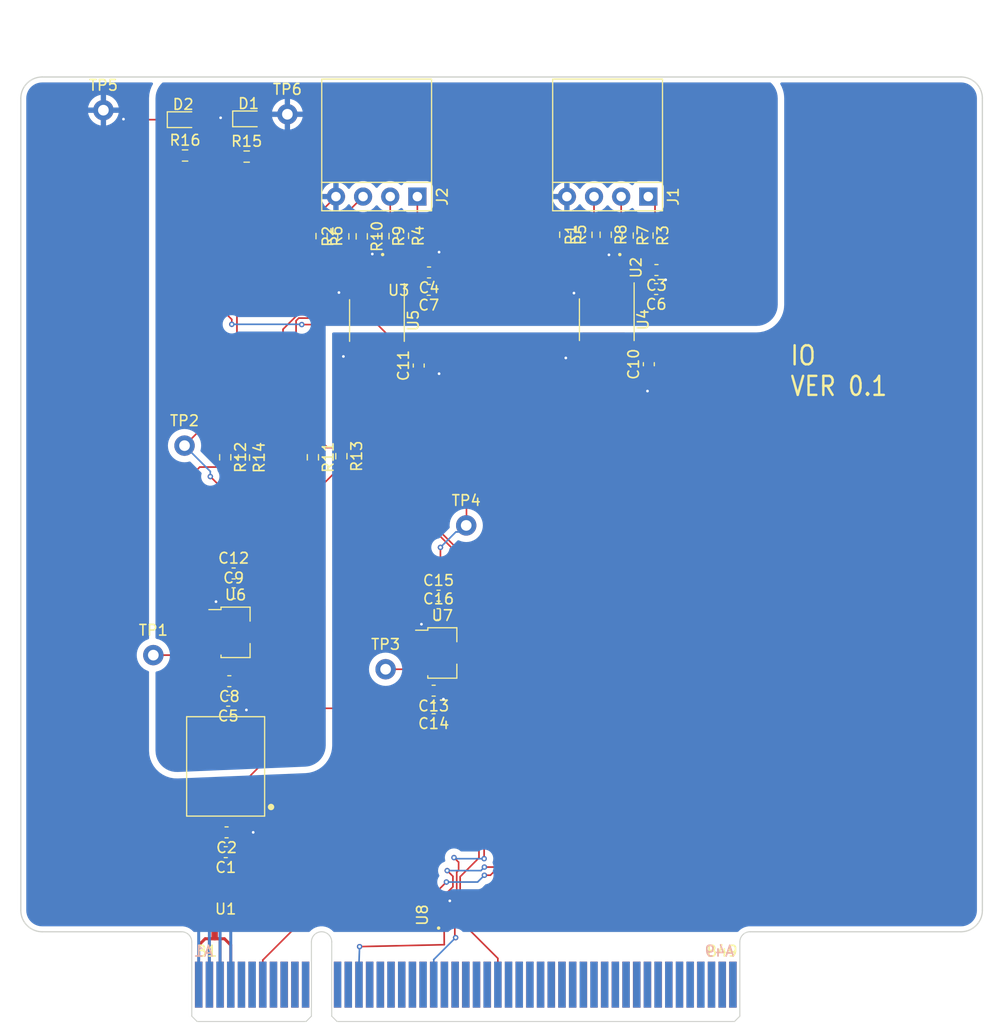
<source format=kicad_pcb>
(kicad_pcb (version 20221018) (generator pcbnew)
  (layers (0 "F.Cu" signal) (31 "B.Cu" signal) (34 "B.Paste" user) (35 "F.Paste" user) (36 "B.SilkS" user "B.Silkscreen") (37 "F.SilkS" user "F.Silkscreen") (38 "B.Mask" user) (39 "F.Mask" user) (44 "Edge.Cuts" user))
  (net 0 "")
  (net 1 "GND")
  (net 2 "GND1")
  (net 3 "/+5VF")
  (net 4 "/+3V3F")
  (net 5 "+5V")
  (net 6 "+3.3V")
  (net 7 "unconnected-(U2-D4-Pad5)")
  (net 8 "Net-(D2-A)")
  (net 15 "/PC6")
  (net 28 "/PA2")
  (net 60 "/PC7")
  (net 70 "unconnected-(J3-Pin_b21-PadB21)")
  (net 73 "/PA3")
  (net 96 "Net-(D1-A)")
  (net 98 "Net-(J1-Pin_2)")
  (net 99 "Net-(U2-D2)")
  (net 101 "Net-(U2-D3)")
  (net 102 "Net-(J1-Pin_3)")
  (net 104 "Net-(J2-Pin_2)")
  (net 105 "Net-(R1-Pad1)")
  (net 106 "Net-(J2-Pin_3)")
  (net 107 "Net-(R10-Pad1)")
  (net 108 "Net-(U3-D2)")
  (net 109 "Net-(U3-D3)")
  (net 110 "unconnected-(U3-D4-Pad5)")
  (net 111 "Net-(J1-Pin_1)")
  (net 112 "Net-(J2-Pin_1)")
  (footprint "Resistor_SMD:R_0603_1608Metric_Pad0.98x0.95mm_HandSolder" (layer "F.Cu") (at 7.62 -73.533 -90)
    (fp_text reference "R4")
    (fp_text value "24K")
  )
  (footprint "Capacitor_SMD:C_0603_1608Metric_Pad1.08x0.95mm_HandSolder" (layer "F.Cu") (at 10.4902 -29.3116 180)
    (fp_text reference "C14")
    (fp_text value "100n")
  )
  (footprint "Capacitor_SMD:C_0603_1608Metric_Pad1.08x0.95mm_HandSolder" (layer "F.Cu") (at -8.8911 -17.7038 180)
    (fp_text reference "C2")
    (fp_text value "100n")
  )
  (footprint "Capacitor_SMD:C_0603_1608Metric_Pad1.08x0.95mm_HandSolder" (layer "F.Cu") (at -8.9662 -15.8496 180)
    (fp_text reference "C1")
    (fp_text value "10u")
  )
  (footprint "Capacitor_SMD:C_0603_1608Metric_Pad1.08x0.95mm_HandSolder" (layer "F.Cu") (at 10.9474 -39.8526)
    (fp_text reference "C15")
    (fp_text value "100n")
  )
  (footprint "common:connector_4pins_horizontal" (layer "F.Cu") (at 26.7716 -77.207)
    (fp_text reference "J1")
    (fp_text value "Conn_01x04_Pin")
  )
  (footprint "Resistor_SMD:R_0603_1608Metric_Pad0.98x0.95mm_HandSolder" (layer "F.Cu") (at -7.2644 -52.7793 -90)
    (fp_text reference "R14")
    (fp_text value "0R")
  )
  (footprint "Resistor_SMD:R_0603_1608Metric_Pad0.98x0.95mm_HandSolder" (layer "F.Cu") (at -0.8128 -52.8066 -90)
    (fp_text reference "R11")
    (fp_text value "0R")
  )
  (footprint "Resistor_SMD:R_0603_1608Metric_Pad0.98x0.95mm_HandSolder" (layer "F.Cu") (at 1.8542 -52.9082 -90)
    (fp_text reference "R13")
    (fp_text value "0R")
  )
  (footprint "Capacitor_SMD:C_0603_1608Metric_Pad1.08x0.95mm_HandSolder" (layer "F.Cu") (at -8.636 -31.8516 180)
    (fp_text reference "C8")
    (fp_text value "100n")
  )
  (footprint "Package_SO:SOIC-8_3.9x4.9mm_P1.27mm" (layer "F.Cu") (at 5.1816 -65.6082 -90)
    (fp_text reference "U5")
    (fp_text value "ADUM1201ARZ-RL7")
  )
  (footprint "common:Test_Pad" (layer "F.Cu") (at 5.9944 -32.9692)
    (fp_text reference "TP3")
    (fp_text value "TestPoint")
  )
  (footprint "common:Diodes_UDFN-10_1.0x2.5mm_P0.5mm" (layer "F.Cu") (at 11.9718 -9.9648 90)
    (fp_text reference "U8")
    (fp_text value "ESD5344D-TP")
  )
  (footprint "Resistor_SMD:R_0603_1608Metric_Pad0.98x0.95mm_HandSolder" (layer "F.Cu") (at -12.7762 -81.0514)
    (fp_text reference "R16")
    (fp_text value "5K1")
  )
  (footprint "Capacitor_SMD:C_0603_1608Metric_Pad1.08x0.95mm_HandSolder" (layer "F.Cu") (at -8.2296 -41.9354)
    (fp_text reference "C12")
    (fp_text value "10u")
  )
  (footprint "LED_SMD:LED_0603_1608Metric" (layer "F.Cu") (at -12.954 -84.4042)
    (fp_text reference "D2")
    (fp_text value "GRN")
  )
  (footprint "Capacitor_SMD:C_0603_1608Metric_Pad1.08x0.95mm_HandSolder" (layer "F.Cu") (at 10.033 -68.4784 180)
    (fp_text reference "C7")
    (fp_text value "100n")
  )
  (footprint "Capacitor_SMD:C_0603_1608Metric_Pad1.08x0.95mm_HandSolder" (layer "F.Cu") (at 10.4902 -30.9626 180)
    (fp_text reference "C13")
    (fp_text value "10u")
  )
  (footprint "Capacitor_SMD:C_0603_1608Metric_Pad1.08x0.95mm_HandSolder" (layer "F.Cu") (at 10.0584 -70.104 180)
    (fp_text reference "C4")
    (fp_text value "1u")
  )
  (footprint "Package_SO:SOIC-8_3.9x4.9mm_P1.27mm" (layer "F.Cu") (at 26.6954 -65.6844 -90)
    (fp_text reference "U4")
    (fp_text value "ADUM1201ARZ-RL7")
  )
  (footprint "common:Test_Pad" (layer "F.Cu") (at -15.748 -34.29)
    (fp_text reference "TP1")
    (fp_text value "TestPoint")
  )
  (footprint "Resistor_SMD:R_0603_1608Metric_Pad0.98x0.95mm_HandSolder" (layer "F.Cu") (at 2.032 -73.4822 90)
    (fp_text reference "R2")
    (fp_text value "0R")
  )
  (footprint "common:PCIE_98_CARD" (layer "F.Cu") (at 0 0)
    (fp_text reference "J3" hide)
    (fp_text value "pcie_98")
    (fp_line (start -28.15 -10.4) (end -28.15 -86.4) (stroke (width 0.12)) (layer "Edge.Cuts"))
    (fp_line (start -26.15 -88.4) (end 59.85 -88.4) (stroke (width 0.12)) (layer "Edge.Cuts"))
    (fp_line (start -13.1 -8.4) (end -26.15 -8.4) (stroke (width 0.12)) (layer "Edge.Cuts"))
    (fp_line (start -12.15 -7.45) (end -12.15 -0.5) (stroke (width 0.1)) (layer "Edge.Cuts"))
    (fp_line (start -12.15 -0.5) (end -11.65 0) (stroke (width 0.1)) (layer "Edge.Cuts"))
    (fp_line (start -11.65 0) (end -1.45 0) (stroke (width 0.1)) (layer "Edge.Cuts"))
    (fp_line (start -0.95 -7.45) (end -0.95 -0.5) (stroke (width 0.1)) (layer "Edge.Cuts"))
    (fp_line (start -0.95 -0.5) (end -1.45 0) (stroke (width 0.1)) (layer "Edge.Cuts"))
    (fp_line (start 0.95 -7.45) (end 0.95 -0.5) (stroke (width 0.1)) (layer "Edge.Cuts"))
    (fp_line (start 0.95 -0.5) (end 1.45 0) (stroke (width 0.1)) (layer "Edge.Cuts"))
    (fp_line (start 1.45 0) (end 38.65 0) (stroke (width 0.1)) (layer "Edge.Cuts"))
    (fp_line (start 39.15 -7.45) (end 39.15 -0.5) (stroke (width 0.1)) (layer "Edge.Cuts"))
    (fp_line (start 39.15 -0.5) (end 38.65 0) (stroke (width 0.1)) (layer "Edge.Cuts"))
    (fp_line (start 59.85 -8.4) (end 40.1 -8.4) (stroke (width 0.12)) (layer "Edge.Cuts"))
    (fp_line (start 61.85 -86.4) (end 61.85 -10.4) (stroke (width 0.12)) (layer "Edge.Cuts"))
    (fp_arc (start -28.15 -86.4) (mid -27.564214 -87.814214) (end -26.15 -88.4) (stroke (width 0.12)) (layer "Edge.Cuts"))
    (fp_arc (start -26.15 -8.4) (mid -27.564214 -8.985786) (end -28.15 -10.4) (stroke (width 0.12)) (layer "Edge.Cuts"))
    (fp_arc (start -13.1 -8.4) (mid -12.428248 -8.121752) (end -12.15 -7.45) (stroke (width 0.1)) (layer "Edge.Cuts"))
    (fp_arc (start -0.95 -7.45) (mid 0 -8.4) (end 0.95 -7.45) (stroke (width 0.1)) (layer "Edge.Cuts"))
    (fp_arc (start 39.15 -7.45) (mid 39.428248 -8.121752) (end 40.1 -8.4) (stroke (width 0.1)) (layer "Edge.Cuts"))
    (fp_arc (start 59.85 -88.4) (mid 61.264214 -87.814214) (end 61.85 -86.4) (stroke (width 0.12)) (layer "Edge.Cuts"))
    (fp_arc (start 61.85 -10.4) (mid 61.264214 -8.985786) (end 59.85 -8.4) (stroke (width 0.12)) (layer "Edge.Cuts"))
  )
  (footprint "common:connector_4pins_horizontal" (layer "F.Cu") (at 5.1562 -77.207)
    (fp_text reference "J2")
    (fp_text value "Conn_01x04_Pin")
  )
  (footprint "common:Test_Pad" (layer "F.Cu") (at -20.4216 -85.2932)
    (fp_text reference "TP5")
    (fp_text value "TestPoint")
  )
  (footprint "Capacitor_SMD:C_0603_1608Metric_Pad1.08x0.95mm_HandSolder" (layer "F.Cu") (at 31.3182 -68.5546 180)
    (fp_text reference "C6")
    (fp_text value "100n")
  )
  (footprint "Resistor_SMD:R_0603_1608Metric_Pad0.98x0.95mm_HandSolder" (layer "F.Cu") (at 3.7592 -73.4822 -90)
    (fp_text reference "R10")
    (fp_text value "1K")
  )
  (footprint "Capacitor_SMD:C_0603_1608Metric_Pad1.08x0.95mm_HandSolder" (layer "F.Cu") (at 30.6324 -61.5199 90)
    (fp_text reference "C10")
    (fp_text value "100n")
  )
  (footprint "Capacitor_SMD:C_0603_1608Metric_Pad1.08x0.95mm_HandSolder" (layer "F.Cu") (at 9.0932 -61.3929 90)
    (fp_text reference "C11")
    (fp_text value "100n")
  )
  (footprint "Resistor_SMD:R_0603_1608Metric_Pad0.98x0.95mm_HandSolder" (layer "F.Cu") (at 24.7904 -73.6346 90)
    (fp_text reference "R1")
    (fp_text value "0R")
  )
  (footprint "common:Test_Pad" (layer "F.Cu") (at -12.827 -53.8988)
    (fp_text reference "TP2")
    (fp_text value "TestPoint")
  )
  (footprint "Capacitor_SMD:C_0603_1608Metric_Pad1.08x0.95mm_HandSolder" (layer "F.Cu") (at 10.9474 -38.1254)
    (fp_text reference "C16")
    (fp_text value "10u")
  )
  (footprint "Capacitor_SMD:C_0603_1608Metric_Pad1.08x0.95mm_HandSolder" (layer "F.Cu") (at -8.7376 -30.0228 180)
    (fp_text reference "C5")
    (fp_text value "10u")
  )
  (footprint "Resistor_SMD:R_0603_1608Metric_Pad0.98x0.95mm_HandSolder" (layer "F.Cu") (at -7.0104 -80.9498)
    (fp_text reference "R15")
    (fp_text value "5K1")
  )
  (footprint "common:Diodes_UDFN-10_1.0x2.5mm_P0.5mm" (layer "F.Cu") (at 4.699 -70.5623 -90)
    (fp_text reference "U3")
    (fp_text value "ESD5344D-TP")
  )
  (footprint "Resistor_SMD:R_0603_1608Metric_Pad0.98x0.95mm_HandSolder" (layer "F.Cu") (at 5.7912 -73.5076 -90)
    (fp_text reference "R9")
    (fp_text value "1K")
  )
  (footprint "common:Test_Pad" (layer "F.Cu") (at 13.5382 -46.4312)
    (fp_text reference "TP4")
    (fp_text value "TestPoint")
  )
  (footprint "Resistor_SMD:R_0603_1608Metric_Pad0.98x0.95mm_HandSolder" (layer "F.Cu") (at 0 -73.5076 -90)
    (fp_text reference "R6")
    (fp_text value "24K")
  )
  (footprint "Package_TO_SOT_SMD:SOT-89-3" (layer "F.Cu") (at 11.303 -34.4932)
    (fp_text reference "U7")
    (fp_text value "XC6206P332MR")
  )
  (footprint "common:Diodes_UDFN-10_1.0x2.5mm_P0.5mm" (layer "F.Cu") (at 26.8986 -70.5612 -90)
    (fp_text reference "U2")
    (fp_text value "ESD5344D-TP")
  )
  (footprint "common:Test_Pad" (layer "F.Cu") (at -3.2004 -84.9122)
    (fp_text reference "TP6")
    (fp_text value "TestPoint")
  )
  (footprint "LED_SMD:LED_0603_1608Metric" (layer "F.Cu") (at -6.8326 -84.4804)
    (fp_text reference "D1")
    (fp_text value "GRN")
  )
  (footprint "io:Converter_DCDC" (layer "F.Cu") (at -8.9798 -23.876 90)
    (fp_text reference "U1")
    (fp_text value "B0505MT-1WR4")
  )
  (footprint "Capacitor_SMD:C_0603_1608Metric_Pad1.08x0.95mm_HandSolder" (layer "F.Cu") (at 31.3436 -70.3326 180)
    (fp_text reference "C3")
    (fp_text value "1u")
  )
  (footprint "Resistor_SMD:R_0603_1608Metric_Pad0.98x0.95mm_HandSolder" (layer "F.Cu") (at 30.5054 -73.5584 -90)
    (fp_text reference "R3")
    (fp_text value "24K")
  )
  (footprint "Resistor_SMD:R_0603_1608Metric_Pad0.98x0.95mm_HandSolder" (layer "F.Cu") (at 28.6512 -73.5584 -90)
    (fp_text reference "R7")
    (fp_text value "1K")
  )
  (footprint "Package_TO_SOT_SMD:SOT-89-3" (layer "F.Cu") (at -8.0518 -36.4236)
    (fp_text reference "U6")
    (fp_text value "XC6206P332MR")
  )
  (footprint "Resistor_SMD:R_0603_1608Metric_Pad0.98x0.95mm_HandSolder" (layer "F.Cu") (at 22.8092 -73.6346 -90)
    (fp_text reference "R5")
    (fp_text value "24K")
  )
  (footprint "Capacitor_SMD:C_0603_1608Metric_Pad1.08x0.95mm_HandSolder" (layer "F.Cu") (at -8.2296 -40.0812)
    (fp_text reference "C9")
    (fp_text value "100n")
  )
  (footprint "Resistor_SMD:R_0603_1608Metric_Pad0.98x0.95mm_HandSolder" (layer "F.Cu") (at 26.5938 -73.6346 -90)
    (fp_text reference "R8")
    (fp_text value "1K")
  )
  (footprint "Resistor_SMD:R_0603_1608Metric_Pad0.98x0.95mm_HandSolder" (layer "F.Cu") (at -9.017 -52.8047 -90)
    (fp_text reference "R12")
    (fp_text value "0R")
  )
  (gr_text "IO\nVER 0.1" (at 43.7642 -58.42) (layer "F.SilkS") (effects (font (size 1.778 1.524) (thickness 0.2286)) (justify left bottom)))
  (segment (start 30.5054 -59.0296) (end 30.5054 -59.0042) (width 0.1524) (layer "F.Cu") (net 1))
  (segment (start 11.3527 -30.2271) (end 11.3527 -30.9626) (width 0.1524) (layer "F.Cu") (net 1))
  (segment (start -6.4008 -17.7038) (end -6.35 -17.7546) (width 0.1524) (layer "F.Cu") (net 1))
  (segment (start -13.7415 -84.4042) (end -18.4912 -84.4042) (width 0.1524) (layer "F.Cu") (net 1))
  (segment (start -8.1037 -15.8496) (end -8.1037 -17.6287) (width 0.1524) (layer "F.Cu") (net 1))
  (segment (start 30.6832 -59.2074) (end 30.5054 -59.0296) (width 0.1524) (layer "F.Cu") (net 1))
  (segment (start -8.0286 -17.7038) (end -6.4298 -19.3026) (width 0.1524) (layer "F.Cu") (net 1))
  (segment (start 2.931194 -63.1332) (end 2.042697 -62.244703) (width 0.1524) (layer "F.Cu") (net 1))
  (segment (start 11.9718 -9.9648) (end 11.9718 -11.262599) (width 0.1524) (layer "F.Cu") (net 1))
  (segment (start 10.8988 -60.5304) (end 10.9982 -60.6298) (width 0.1524) (layer "F.Cu") (net 1))
  (segment (start -8.0286 -17.7038) (end -6.4008 -17.7038) (width 0.1524) (layer "F.Cu") (net 1))
  (segment (start 9.0932 -60.5304) (end 10.8988 -60.5304) (width 0.1524) (layer "F.Cu") (net 1))
  (segment (start 23.9664 -63.2094) (end 22.86 -62.103) (width 0.1524) (layer "F.Cu") (net 1))
  (segment (start -6.4298 -19.3026) (end -6.4298 -20.066) (width 0.1524) (layer "F.Cu") (net 1))
  (segment (start 10.0849 -38.1254) (end 9.353 -37.3935) (width 0.1524) (layer "F.Cu") (net 1))
  (segment (start 10.0849 -39.8526) (end 10.0849 -38.1254) (width 0.1524) (layer "F.Cu") (net 1))
  (segment (start 11.3527 -30.1233) (end 11.4046 -30.1752) (width 0.1524) (layer "F.Cu") (net 1))
  (segment (start 9.353 -37.1798) (end 9.353 -35.9932) (width 0.1524) (layer "F.Cu") (net 1))
  (segment (start 11.3527 -29.3116) (end 11.3527 -30.1233) (width 0.1524) (layer "F.Cu") (net 1))
  (segment (start 11.4046 -30.1752) (end 11.3527 -30.2271) (width 0.1524) (layer "F.Cu") (net 1))
  (segment (start 9.353 -37.1914) (end 9.3472 -37.1856) (width 0.1524) (layer "F.Cu") (net 1))
  (segment (start 24.7904 -63.2094) (end 23.9664 -63.2094) (width 0.1524) (layer "F.Cu") (net 1))
  (segment (start 30.6324 -59.2582) (end 30.6832 -59.2074) (width 0.1524) (layer "F.Cu") (net 1))
  (segment (start -18.4912 -84.4042) (end -18.542 -84.455) (width 0.1524) (layer "F.Cu") (net 1))
  (segment (start -8.1037 -17.6287) (end -8.0286 -17.7038) (width 0.1524) (layer "F.Cu") (net 1))
  (segment (start 9.353 -37.3935) (end 9.353 -37.1914) (width 0.1524) (layer "F.Cu") (net 1))
  (segment (start 30.6324 -60.6574) (end 30.6324 -59.2582) (width 0.1524) (layer "F.Cu") (net 1))
  (segment (start 3.2766 -63.1332) (end 2.931194 -63.1332) (width 0.1524) (layer "F.Cu") (net 1))
  (segment (start 11.9718 -11.262599) (end 12.000859 -11.291658) (width 0.1524) (layer "F.Cu") (net 1))
  (segment (start -6.4298 -20.066) (end -6.4298 -21.336) (width 0.1524) (layer "F.Cu") (net 1))
  (segment (start 9.3472 -37.1856) (end 9.353 -37.1798) (width 0.1524) (layer "F.Cu") (net 1))
  (via (at 12.000859 -11.291658) (size 0.508) (drill 0.254) (layers "F.Cu" "B.Cu") (net 1))
  (via (at 11.4046 -30.1752) (size 0.508) (drill 0.254) (layers "F.Cu" "B.Cu") (net 1))
  (via (at 22.86 -62.103) (size 0.508) (drill 0.254) (layers "F.Cu" "B.Cu") (net 1))
  (via (at -6.4008 -17.7038) (size 0.508) (drill 0.254) (layers "F.Cu" "B.Cu") (net 1))
  (via (at 9.3472 -37.1856) (size 0.508) (drill 0.254) (layers "F.Cu" "B.Cu") (net 1))
  (via (at 10.9982 -60.6298) (size 0.508) (drill 0.254) (layers "F.Cu" "B.Cu") (net 1))
  (via (at 2.042697 -62.244703) (size 0.508) (drill 0.254) (layers "F.Cu" "B.Cu") (net 1))
  (via (at 30.5054 -59.0042) (size 0.508) (drill 0.254) (layers "F.Cu" "B.Cu") (net 1))
  (via (at -18.542 -84.455) (size 0.508) (drill 0.254) (layers "F.Cu" "B.Cu") (net 1))
  (segment (start -9.5 -11.5066) (end -9.5504 -11.557) (width 0.2794) (layer "B.Cu") (net 1))
  (segment (start -10.5 -3.45) (end -10.5 -11.5922) (width 0.2794) (layer "B.Cu") (net 1))
  (segment (start -11.5 -11.8934) (end -11.4554 -11.938) (width 0.2794) (layer "B.Cu") (net 1))
  (segment (start -8.5 -11.439) (end -8.4582 -11.4808) (width 0.2794) (layer "B.Cu") (net 1))
  (segment (start -11.5 -3.45) (end -11.5 -11.8934) (width 0.2794) (layer "B.Cu") (net 1))
  (segment (start -10.5 -11.5922) (end -10.5156 -11.6078) (width 0.2794) (layer "B.Cu") (net 1))
  (segment (start -8.5 -3.45) (end -8.5 -11.439) (width 0.2794) (layer "B.Cu") (net 1))
  (segment (start -9.5 -3.45) (end -9.5 -11.5066) (width 0.2794) (layer "B.Cu") (net 1))
  (segment (start -6.4298 -28.5775) (end -7.0115 -29.1592) (width 0.1524) (layer "F.Cu") (net 2))
  (segment (start 22.8092 -74.5471) (end 22.9616 -74.6995) (width 0.1524) (layer "F.Cu") (net 2))
  (segment (start -7.6201 -84.4804) (end -9.3472 -84.4804) (width 0.1524) (layer "F.Cu") (net 2))
  (segment (start 24.7762 -68.1736) (end 23.622 -68.1736) (width 0.1524) (layer "F.Cu") (net 2))
  (segment (start 3.2766 -68.0832) (end 1.7668 -68.0832) (width 0.1524) (layer "F.Cu") (net 2))
  (segment (start 1.7668 -68.0832) (end 1.6256 -68.2244) (width 0.1524) (layer "F.Cu") (net 2))
  (segment (start -7.0358 -29.1835) (end -7.8751 -30.0228) (width 0.1524) (layer "F.Cu") (net 2))
  (segment (start 4.699 -70.5623) (end 4.699 -71.7804) (width 0.1524) (layer "F.Cu") (net 2))
  (segment (start -6.4298 -27.686) (end -6.4298 -28.5775) (width 0.1524) (layer "F.Cu") (net 2))
  (segment (start 32.2061 -69.4193) (end 32.2072 -69.4182) (width 0.1524) (layer "F.Cu") (net 2))
  (segment (start 0 -75.8608) (end 1.3462 -77.207) (width 0.1524) (layer "F.Cu") (net 2))
  (segment (start -7.0358 -29.1592) (end -7.0358 -29.1835) (width 0.1524) (layer "F.Cu") (net 2))
  (segment (start 32.2061 -68.58) (end 32.1807 -68.5546) (width 0.1524) (layer "F.Cu") (net 2))
  (segment (start 10.9717 -70.4596) (end 10.9717 -68.4022) (width 0.1524) (layer "F.Cu") (net 2))
  (segment (start 0 -74.4201) (end 0 -75.8608) (width 0.1524) (layer "F.Cu") (net 2))
  (segment (start -6.4298 -26.416) (end -6.4298 -27.686) (width 0.1524) (layer "F.Cu") (net 2))
  (segment (start -9.3472 -84.4804) (end -9.4488 -84.582) (width 0.1524) (layer "F.Cu") (net 2))
  (segment (start 32.2072 -69.4182) (end 32.2061 -69.4171) (width 0.1524) (layer "F.Cu") (net 2))
  (segment (start -7.8751 -31.75) (end -7.7735 -31.8516) (width 0.1524) (layer "F.Cu") (net 2))
  (segment (start 32.2061 -69.4171) (end 32.2061 -68.58) (width 0.1524) (layer "F.Cu") (net 2))
  (segment (start 22.9616 -74.6995) (end 22.9616 -77.207) (width 0.1524) (layer "F.Cu") (net 2))
  (segment (start 4.699 -71.7804) (end 4.7498 -71.8312) (width 0.1524) (layer "F.Cu") (net 2))
  (segment (start -9.8806 -39.2938) (end -9.8795 -39.2938) (width 0.1524) (layer "F.Cu") (net 2))
  (segment (start -10.0018 -37.9236) (end -10.0018 -39.1715) (width 0.1524) (layer "F.Cu") (net 2))
  (segment (start -9.8806 -39.2927) (end -9.8806 -39.2938) (width 0.1524) (layer "F.Cu") (net 2))
  (segment (start 26.8986 -70.5612) (end 26.8986 -71.755) (width 0.1524) (layer "F.Cu") (net 2))
  (segment (start -9.8795 -39.2938) (end -9.0921 -40.0812) (width 0.1524) (layer "F.Cu") (net 2))
  (segment (start 24.7904 -68.1594) (end 24.7762 -68.1736) (width 0.1524) (layer "F.Cu") (net 2))
  (segment (start -7.8751 -30.0228) (end -7.8751 -31.75) (width 0.1524) (layer "F.Cu") (net 2))
  (segment (start 10.9717 -70.4596) (end 10.9717 -71.9825) (width 0.1524) (layer "F.Cu") (net 2))
  (segment (start 10.9717 -71.9825) (end 10.9982 -72.009) (width 0.1524) (layer "F.Cu") (net 2))
  (segment (start -9.0921 -40.0812) (end -9.0921 -41.9354) (width 0.1524) (layer "F.Cu") (net 2))
  (segment (start 32.2061 -70.3326) (end 32.2061 -69.4193) (width 0.1524) (layer "F.Cu") (net 2))
  (segment (start -10.0018 -39.1715) (end -9.8806 -39.2927) (width 0.1524) (layer "F.Cu") (net 2))
  (segment (start -7.0115 -29.1592) (end -7.0358 -29.1592) (width 0.1524) (layer "F.Cu") (net 2))
  (via (at 23.622 -68.1736) (size 0.508) (drill 0.254) (layers "F.Cu" "B.Cu") (net 2))
  (via (at 32.2072 -69.4182) (size 0.508) (drill 0.254) (layers "F.Cu" "B.Cu") (net 2))
  (via (at -9.4488 -84.582) (size 0.508) (drill 0.254) (layers "F.Cu" "B.Cu") (net 2))
  (via (at -9.8806 -39.2938) (size 0.508) (drill 0.254) (layers "F.Cu" "B.Cu") (net 2))
  (via (at -7.0358 -29.1592) (size 0.508) (drill 0.254) (layers "F.Cu" "B.Cu") (net 2))
  (via (at 10.9982 -72.009) (size 0.508) (drill 0.254) (layers "F.Cu" "B.Cu") (net 2))
  (via (at 1.6256 -68.2244) (size 0.508) (drill 0.254) (layers "F.Cu" "B.Cu") (net 2))
  (via (at 4.7498 -71.8312) (size 0.508) (drill 0.254) (layers "F.Cu" "B.Cu") (net 2))
  (via (at 26.8986 -71.755) (size 0.508) (drill 0.254) (layers "F.Cu" "B.Cu") (net 2))
  (segment (start -8.1974 -52.7118) (end -9.017 -51.8922) (width 0.1524) (layer "F.Cu") (net 3))
  (segment (start -11.5298 -28.0931) (end -9.6001 -30.0228) (width 0.1524) (layer "F.Cu") (net 3))
  (segment (start -0.8128 -51.8941) (end -1.6305 -52.7118) (width 0.1524) (layer "F.Cu") (net 3))
  (segment (start -11.5298 -27.686) (end -11.5298 -28.0931) (width 0.1524) (layer "F.Cu") (net 3))
  (segment (start -1.6305 -52.7118) (end -8.1974 -52.7118) (width 0.1524) (layer "F.Cu") (net 3))
  (segment (start -10.9566 -34.29) (end -10.8804 -34.3662) (width 0.1524) (layer "F.Cu") (net 3))
  (segment (start -10.8804 -34.3662) (end -14.1478 -37.6336) (width 0.1524) (layer "F.Cu") (net 3))
  (segment (start -14.1478 -37.6336) (end -14.1478 -49.0728) (width 0.1524) (layer "F.Cu") (net 3))
  (segment (start -11.4046 -51.8922) (end -9.017 -51.8922) (width 0.1524) (layer "F.Cu") (net 3))
  (segment (start -9.4985 -31.8516) (end -10.8804 -33.2335) (width 0.1524) (layer "F.Cu") (net 3))
  (segment (start -15.748 -34.29) (end -10.9566 -34.29) (width 0.1524) (layer "F.Cu") (net 3))
  (segment (start -9.6001 -30.0228) (end -9.6001 -31.75) (width 0.1524) (layer "F.Cu") (net 3))
  (segment (start -14.1859 -49.1109) (end -11.4046 -51.8922) (width 0.1524) (layer "F.Cu") (net 3))
  (segment (start -14.1478 -49.0728) (end -14.1859 -49.1109) (width 0.1524) (layer "F.Cu") (net 3))
  (segment (start -10.8804 -33.2335) (end -10.8804 -34.3662) (width 0.1524) (layer "F.Cu") (net 3))
  (segment (start -10.0018 -32.3549) (end -10.0018 -34.9236) (width 0.1524) (layer "F.Cu") (net 3))
  (segment (start -9.6001 -31.75) (end -9.4985 -31.8516) (width 0.1524) (layer "F.Cu") (net 3))
  (segment (start -9.4985 -31.8516) (end -10.0018 -32.3549) (width 0.1524) (layer "F.Cu") (net 3))
  (segment (start -7.3671 -40.0812) (end -7.3671 -41.9354) (width 0.1524) (layer "F.Cu") (net 4))
  (segment (start -7.9224 -73.6868) (end -7.9224 -58.8034) (width 0.1524) (layer "F.Cu") (net 4))
  (segment (start -3.2277 -46.9138) (end 1.8542 -51.9957) (width 0.1524) (layer "F.Cu") (net 4))
  (segment (start -7.3671 -38.9708) (end -7.3671 -40.0812) (width 0.1524) (layer "F.Cu") (net 4))
  (segment (start -7.9224 -58.8034) (end -12.827 -53.8988) (width 0.1524) (layer "F.Cu") (net 4))
  (segment (start -7.3406 -49.6062) (end -9.017 -49.6062) (width 0.1524) (layer "F.Cu") (net 4))
  (segment (start -7.9229 -73.6873) (end -7.9224 -73.6868) (width 0.1524) (layer "F.Cu") (net 4))
  (segment (start -7.2644 -46.9138) (end -7.2644 -42.0381) (width 0.1524) (layer "F.Cu") (net 4))
  (segment (start -7.2644 -46.9138) (end -3.2277 -46.9138) (width 0.1524) (layer "F.Cu") (net 4))
  (segment (start -9.017 -49.6062) (end -10.414 -51.0032) (width 0.1524) (layer "F.Cu") (net 4))
  (segment (start -7.2644 -42.0381) (end -7.3671 -41.9354) (width 0.1524) (layer "F.Cu") (net 4))
  (segment (start -7.9248 -73.6854) (end -7.9229 -73.6873) (width 0.1524) (layer "F.Cu") (net 4))
  (segment (start -7.9229 -80.9498) (end -7.9229 -73.6873) (width 0.1524) (layer "F.Cu") (net 4))
  (segment (start -9.9143 -36.4236) (end -7.3671 -38.9708) (width 0.1524) (layer "F.Cu") (net 4))
  (segment (start -7.2644 -51.8668) (end -7.2644 -46.9138) (width 0.1524) (layer "F.Cu") (net 4))
  (via (at -10.414 -51.0032) (size 0.508) (drill 0.254) (layers "F.Cu" "B.Cu") (net 4))
  (segment (start -10.414 -51.4858) (end -10.414 -51.0032) (width 0.1524) (layer "B.Cu") (net 4))
  (segment (start -12.827 -53.8988) (end -10.414 -51.4858) (width 0.1524) (layer "B.Cu") (net 4))
  (segment (start -10.8966 -7.747) (end -11.5 -7.1436) (width 0.2794) (layer "F.Cu") (net 5))
  (segment (start -9.9822 -7.747) (end -10.8966 -7.747) (width 0.2794) (layer "F.Cu") (net 5))
  (segment (start -9.9822 -7.747) (end -9.0932 -7.747) (width 0.2794) (layer "F.Cu") (net 5))
  (segment (start -9.8287 -17.6287) (end -9.7536 -17.7038) (width 0.6096) (layer "F.Cu") (net 5))
  (segment (start -8.3426 -21.336) (end -11.5298 -21.336) (width 0.1524) (layer "F.Cu") (net 5))
  (segment (start 9.6277 -29.3116) (end -0.367 -29.3116) (width 0.1524) (layer "F.Cu") (net 5))
  (segment (start -8.5 -7.1538) (end -8.5 -3.45) (width 0.2794) (layer "F.Cu") (net 5))
  (segment (start -11.5298 -20.066) (end -11.5298 -21.336) (width 0.6096) (layer "F.Cu") (net 5))
  (segment (start -9.8287 -15.8496) (end -9.8287 -17.6287) (width 0.6096) (layer "F.Cu") (net 5))
  (segment (start -10.5 -7.7118) (end -10.5 -3.45) (width 0.2794) (layer "F.Cu") (net 5))
  (segment (start 9.353 -31.2373) (end 9.6277 -30.9626) (width 0.1524) (layer "F.Cu") (net 5))
  (segment (start -10.4648 -7.747) (end -10.5 -7.7118) (width 0.2794) (layer "F.Cu") (net 5))
  (segment (start -11.5298 -14.1485) (end -9.8287 -15.8496) (width 0.6096) (layer "F.Cu") (net 5))
  (segment (start -9.9822 -7.747) (end -10.4648 -7.747) (width 0.2794) (layer "F.Cu") (net 5))
  (segment (start 5.9944 -32.9692) (end 9.329 -32.9692) (width 0.1524) (layer "F.Cu") (net 5))
  (segment (start -10.0076 -7.8994) (end -10.0076 -12.3698) (width 0.6096) (layer "F.Cu") (net 5))
  (segment (start 9.353 -32.9932) (end 9.353 -31.2373) (width 0.1524) (layer "F.Cu") (net 5))
  (segment (start 9.6277 -30.9626) (end 9.6277 -29.3116) (width 0.1524) (layer "F.Cu") (net 5))
  (segment (start -11.5298 -13.892) (end -11.5298 -14.1485) (width 0.6096) (layer "F.Cu") (net 5))
  (segment (start -9.7536 -17.7038) (end -9.7536 -18.2898) (width 0.6096) (layer "F.Cu") (net 5))
  (segment (start -9.5 -7.747) (end -9.9822 -7.747) (width 0.2794) (layer "F.Cu") (net 5))
  (segment (start -0.367 -29.3116) (end -8.3426 -21.336) (width 0.1524) (layer "F.Cu") (net 5))
  (segment (start -9.0932 -7.747) (end -8.5 -7.1538) (width 0.2794) (layer "F.Cu") (net 5))
  (segment (start -11.5 -7.1436) (end -11.5 -3.45) (width 0.2794) (layer "F.Cu") (net 5))
  (segment (start -10.0076 -12.3698) (end -11.5298 -13.892) (width 0.6096) (layer "F.Cu") (net 5))
  (segment (start -9.7536 -18.2898) (end -11.5298 -20.066) (width 0.6096) (layer "F.Cu") (net 5))
  (segment (start -9.5 -3.45) (end -9.5 -7.747) (width 0.2794) (layer "F.Cu") (net 5))
  (segment (start 9.329 -32.9692) (end 9.353 -32.9932) (width 0.1524) (layer "F.Cu") (net 5))
  (segment (start -13.7414 -71.0438) (end -8.4045 -65.7069) (width 0.1524) (layer "F.Cu") (net 6))
  (segment (start 13.5636 -62.2554) (end 13.5636 -46.2026) (width 0.1524) (layer "F.Cu") (net 6))
  (segment (start 11.8099 -36.8819) (end 11.7856 -36.9062) (width 0.1524) (layer "F.Cu") (net 6))
  (segment (start 11.8099 -38.1254) (end 11.8099 -39.8526) (width 0.1524) (layer "F.Cu") (net 6))
  (segment (start -8.4045 -65.7069) (end -8.4045 -65.2526) (width 0.1524) (layer "F.Cu") (net 6))
  (segment (start 9.0932 -62.2554) (end 13.5636 -62.2554) (width 0.1524) (layer "F.Cu") (net 6))
  (segment (start 28.6004 -63.2094) (end 29.8054 -63.2094) (width 0.1524) (layer "F.Cu") (net 6))
  (segment (start 13.5636 -46.2026) (end 13.1826 -45.8216) (width 0.1524) (layer "F.Cu") (net 6))
  (segment (start 13.5636 -62.2554) (end 22.325979 -62.2554) (width 0.1524) (layer "F.Cu") (net 6))
  (segment (start 11.1252 -44.3738) (end 11.1252 -40.5373) (width 0.1524) (layer "F.Cu") (net 6))
  (segment (start 11.1252 -40.5373) (end 11.8099 -39.8526) (width 0.1524) (layer "F.Cu") (net 6))
  (segment (start 9.4405 -34.4932) (end 11.8099 -36.8626) (width 0.1524) (layer "F.Cu") (net 6))
  (segment (start 28.3224 -64.413) (end 28.6004 -64.135) (width 0.1524) (layer "F.Cu") (net 6))
  (segment (start 11.8099 -36.8626) (end 11.8099 -36.8819) (width 0.1524) (layer "F.Cu") (net 6))
  (segment (start 7.0866 -63.1332) (end 7.0866 -63.373621) (width 0.1524) (layer "F.Cu") (net 6))
  (segment (start -13.6887 -71.0965) (end -13.7414 -71.0438) (width 0.1524) (layer "F.Cu") (net 6))
  (segment (start -1.8542 -65.2272) (end -2.0828 -65.2272) (width 0.1524) (layer "F.Cu") (net 6))
  (segment (start 24.483579 -64.413) (end 28.3224 -64.413) (width 0.1524) (layer "F.Cu") (net 6))
  (segment (start 8.2154 -63.1332) (end 9.0932 -62.2554) (width 0.1524) (layer "F.Cu") (net 6))
  (segment (start 7.0866 -63.373621) (end 5.233021 -65.2272) (width 0.1524) (layer "F.Cu") (net 6))
  (segment (start 22.325979 -62.2554) (end 24.483579 -64.413) (width 0.1524) (layer "F.Cu") (net 6))
  (segment (start -13.7414 -71.0438) (end -14.097 -70.6882) (width 0.1524) (layer "F.Cu") (net 6))
  (segment (start 29.8054 -63.2094) (end 30.6324 -62.3824) (width 0.1524) (layer "F.Cu") (net 6))
  (segment (start 7.0866 -63.1332) (end 8.2154 -63.1332) (width 0.1524) (layer "F.Cu") (net 6))
  (segment (start -13.6887 -81.0514) (end -13.6887 -71.0965) (width 0.1524) (layer "F.Cu") (net 6))
  (segment (start 28.6004 -64.135) (end 28.6004 -63.2094) (width 0.1524) (layer "F.Cu") (net 6))
  (segment (start 5.233021 -65.2272) (end -1.8542 -65.2272) (width 0.1524) (layer "F.Cu") (net 6))
  (segment (start 11.7856 -36.9062) (end 11.8099 -36.9305) (width 0.1524) (layer "F.Cu") (net 6))
  (segment (start 11.8099 -36.9305) (end 11.8099 -38.1254) (width 0.1524) (layer "F.Cu") (net 6))
  (via (at 11.1252 -44.3738) (size 0.508) (drill 0.254) (layers "F.Cu" "B.Cu") (net 6))
  (via (at -8.4045 -65.2526) (size 0.508) (drill 0.254) (layers "F.Cu" "B.Cu") (net 6))
  (via (at -1.8542 -65.2272) (size 0.508) (drill 0.254) (layers "F.Cu" "B.Cu") (net 6))
  (segment (start -1.8796 -65.2526) (end -8.4045 -65.2526) (width 0.1524) (layer "B.Cu") (net 6))
  (segment (start 13.1826 -45.8216) (end 12.573 -45.8216) (width 0.1524) (layer "B.Cu") (net 6))
  (segment (start -1.8542 -65.2272) (end -1.8796 -65.2526) (width 0.1524) (layer "B.Cu") (net 6))
  (segment (start 12.573 -45.8216) (end 11.1252 -44.3738) (width 0.1524) (layer "B.Cu") (net 6))
  (segment (start 25.8986 -71.0862) (end 25.8986 -70.0362) (width 0.1524) (layer "F.Cu") (net 7))
  (segment (start -12.1665 -84.4042) (end -12.1665 -81.3542) (width 0.1524) (layer "F.Cu") (net 8))
  (segment (start -12.1665 -81.3542) (end -11.8637 -81.0514) (width 0.1524) (layer "F.Cu") (net 8))
  (segment (start 12.2936 -12.6074) (end 12.2936 -13.589) (width 0.1524) (layer "F.Cu") (net 15))
  (segment (start 11.4718 -10.4898) (end 11.4718 -9.4398) (width 0.1524) (layer "F.Cu") (net 15))
  (segment (start 11.4718 -10.4898) (end 11.4718 -11.7856) (width 0.1524) (layer "F.Cu") (net 15))
  (segment (start 3.556 -7.0104) (end 11.4808 -7.1882) (width 0.1524) (layer "F.Cu") (net 15))
  (segment (start 11.4718 -11.7856) (end 12.2936 -12.6074) (width 0.1524) (layer "F.Cu") (net 15))
  (segment (start 26.0604 -24.38184) (end 16.13116 -14.4526) (width 0.1524) (layer "F.Cu") (net 15))
  (segment (start 12.2936 -13.589) (end 11.7602 -14.1224) (width 0.1524) (layer "F.Cu") (net 15))
  (segment (start 16.13116 -14.4526) (end 15.24 -14.4526) (width 0.1524) (layer "F.Cu") (net 15))
  (segment (start 11.4808 -7.1882) (end 11.4718 -9.4398) (width 0.1524) (layer "F.Cu") (net 15))
  (segment (start 26.0604 -63.2094) (end 26.0604 -24.38184) (width 0.1524) (layer "F.Cu") (net 15))
  (via (at 11.7602 -14.1224) (size 0.508) (drill 0.254) (layers "F.Cu" "B.Cu") (net 15))
  (via (at 3.556 -7.0104) (size 0.508) (drill 0.254) (layers "F.Cu" "B.Cu") (net 15))
  (via (at 15.24 -14.4526) (size 0.508) (drill 0.254) (layers "F.Cu" "B.Cu") (net 15))
  (segment (start 14.9098 -14.1224) (end 11.7602 -14.1224) (width 0.1524) (layer "B.Cu") (net 15))
  (segment (start 3.556 -7.0104) (end 3.5 -5.4072) (width 0.1524) (layer "B.Cu") (net 15))
  (segment (start 3.5 -5.4072) (end 3.5 -3.45) (width 0.1524) (layer "B.Cu") (net 15))
  (segment (start 15.24 -14.4526) (end 14.9098 -14.1224) (width 0.1524) (layer "B.Cu") (net 15))
  (segment (start 12.4718 -10.4898) (end 12.4718 -9.4398) (width 0.1524) (layer "F.Cu") (net 28))
  (segment (start 5.8166 -51.129452) (end 15.2146 -41.731452) (width 0.1524) (layer "F.Cu") (net 28))
  (segment (start 12.8265 -14.9103) (end 12.3952 -15.3416) (width 0.1524) (layer "F.Cu") (net 28))
  (segment (start 5.8166 -63.1332) (end 5.8166 -51.129452) (width 0.1524) (layer "F.Cu") (net 28))
  (segment (start 15.2146 -41.731452) (end 15.2146 -15.24) (width 0.1524) (layer "F.Cu") (net 28))
  (segment (start 12.6487 -13.973507) (end 12.8265 -14.151307) (width 0.1524) (layer "F.Cu") (net 28))
  (segment (start 12.4718 -9.4398) (end 12.4718 -7.9244) (width 0.1524) (layer "F.Cu") (net 28))
  (segment (start 12.4718 -11.0672) (end 12.6487 -11.2441) (width 0.1524) (layer "F.Cu") (net 28))
  (segment (start 12.8265 -14.151307) (end 12.8265 -14.9103) (width 0.1524) (layer "F.Cu") (net 28))
  (segment (start 12.6487 -11.2441) (end 12.6487 -13.973507) (width 0.1524) (layer "F.Cu") (net 28))
  (segment (start 12.4718 -10.4898) (end 12.4718 -11.0672) (width 0.1524) (layer "F.Cu") (net 28))
  (segment (start 12.4718 -7.9244) (end 12.5476 -7.8486) (width 0.1524) (layer "F.Cu") (net 28))
  (via (at 15.2146 -15.24) (size 0.508) (drill 0.254) (layers "F.Cu" "B.Cu") (net 28))
  (via (at 12.3952 -15.3416) (size 0.508) (drill 0.254) (layers "F.Cu" "B.Cu") (net 28))
  (via (at 12.5476 -7.8486) (size 0.508) (drill 0.254) (layers "F.Cu" "B.Cu") (net 28))
  (segment (start 15.2146 -15.24) (end 12.4968 -15.24) (width 0.1524) (layer "B.Cu") (net 28))
  (segment (start 12.4968 -15.24) (end 12.3952 -15.3416) (width 0.1524) (layer "B.Cu") (net 28))
  (segment (start 10.5 -5.801) (end 10.5 -3.45) (width 0.1524) (layer "B.Cu") (net 28))
  (segment (start 12.5476 -7.8486) (end 10.5 -5.801) (width 0.1524) (layer "B.Cu") (net 28))
  (segment (start 10.9718 -9.4398) (end -1.8126 -9.4398) (width 0.1524) (layer "F.Cu") (net 60))
  (segment (start 15.799506 -13.6906) (end 15.24 -13.6906) (width 0.1524) (layer "F.Cu") (net 60))
  (segment (start 27.3304 -63.2094) (end 27.3304 -25.221494) (width 0.1524) (layer "F.Cu") (net 60))
  (segment (start 27.3304 -25.221494) (end 15.799506 -13.6906) (width 0.1524) (layer "F.Cu") (net 60))
  (segment (start -5.5 -5.7524) (end -5.5 -3.45) (width 0.1524) (layer "F.Cu") (net 60))
  (segment (start -1.8126 -9.4398) (end -5.5 -5.7524) (width 0.1524) (layer "F.Cu") (net 60))
  (segment (start 10.9718 -10.4898) (end 10.9718 -9.4398) (width 0.1524) (layer "F.Cu") (net 60))
  (segment (start 10.9718 -12.3434) (end 11.684 -13.0556) (width 0.1524) (layer "F.Cu") (net 60))
  (segment (start 10.9718 -10.4898) (end 10.9718 -12.3434) (width 0.1524) (layer "F.Cu") (net 60))
  (via (at 11.684 -13.0556) (size 0.508) (drill 0.254) (layers "F.Cu" "B.Cu") (net 60))
  (via (at 15.24 -13.6906) (size 0.508) (drill 0.254) (layers "F.Cu" "B.Cu") (net 60))
  (segment (start 15.24 -13.6906) (end 14.605 -13.0556) (width 0.1524) (layer "B.Cu") (net 60))
  (segment (start 14.605 -13.0556) (end 11.684 -13.0556) (width 0.1524) (layer "B.Cu") (net 60))
  (segment (start 10.45 -3.5) (end 10.5 -3.45) (width 0.1524) (layer "F.Cu") (net 70))
  (segment (start 12.9718 -13.556) (end 12.9718 -10.4898) (width 0.1524) (layer "F.Cu") (net 73))
  (segment (start 12.9718 -10.4898) (end 12.9718 -9.4398) (width 0.1524) (layer "F.Cu") (net 73))
  (segment (start 4.5466 -63.1332) (end 4.3688 -62.9554) (width 0.1524) (layer "F.Cu") (net 73))
  (segment (start 16.5 -5.9116) (end 16.5 -3.45) (width 0.1524) (layer "F.Cu") (net 73))
  (segment (start 4.3688 -52.1462) (end 14.7325 -41.7825) (width 0.1524) (layer "F.Cu") (net 73))
  (segment (start 12.9718 -9.4398) (end 16.5 -5.9116) (width 0.1524) (layer "F.Cu") (net 73))
  (segment (start 14.7325 -41.7825) (end 14.7325 -15.3167) (width 0.1524) (layer "F.Cu") (net 73))
  (segment (start 14.7325 -15.3167) (end 12.9718 -13.556) (width 0.1524) (layer "F.Cu") (net 73))
  (segment (start 4.3688 -62.9554) (end 4.3688 -52.1462) (width 0.1524) (layer "F.Cu") (net 73))
  (segment (start -6.0451 -81.0026) (end -6.0979 -80.9498) (width 0.1524) (layer "F.Cu") (net 96))
  (segment (start -6.0451 -84.4804) (end -6.0451 -81.0026) (width 0.1524) (layer "F.Cu") (net 96))
  (segment (start 28.0416 -75.0805) (end 28.0416 -77.207) (width 0.1524) (layer "F.Cu") (net 98))
  (segment (start 28.6512 -74.4709) (end 28.0416 -75.0805) (width 0.1524) (layer "F.Cu") (net 98))
  (segment (start 27.3986 -71.0862) (end 27.3986 -71.6636) (width 0.1524) (layer "F.Cu") (net 99))
  (segment (start 27.3986 -68.2276) (end 27.3304 -68.1594) (width 0.1524) (layer "F.Cu") (net 99))
  (segment (start 27.3986 -70.0362) (end 27.3986 -68.2276) (width 0.1524) (layer "F.Cu") (net 99))
  (segment (start 28.3809 -72.6459) (end 28.6512 -72.6459) (width 0.1524) (layer "F.Cu") (net 99))
  (segment (start 27.3986 -71.0862) (end 27.3986 -70.0362) (width 0.1524) (layer "F.Cu") (net 99))
  (segment (start 27.3986 -71.6636) (end 28.3809 -72.6459) (width 0.1524) (layer "F.Cu") (net 99))
  (segment (start 26.3986 -70.0362) (end 26.3986 -71.0862) (width 0.1524) (layer "F.Cu") (net 101))
  (segment (start 26.3986 -68.4976) (end 26.0604 -68.1594) (width 0.1524) (layer "F.Cu") (net 101))
  (segment (start 26.3986 -72.5269) (end 26.5938 -72.7221) (width 0.1524) (layer "F.Cu") (net 101))
  (segment (start 26.3986 -70.0362) (end 26.3986 -68.4976) (width 0.1524) (layer "F.Cu") (net 101))
  (segment (start 26.3986 -71.0862) (end 26.3986 -72.5269) (width 0.1524) (layer "F.Cu") (net 101))
  (segment (start 25.5016 -75.2583) (end 25.5016 -77.207) (width 0.1524) (layer "F.Cu") (net 102))
  (segment (start 24.7904 -74.5471) (end 25.5016 -75.2583) (width 0.1524) (layer "F.Cu") (net 102))
  (segment (start 5.7912 -74.4201) (end 6.4262 -75.0551) (width 0.1524) (layer "F.Cu") (net 104))
  (segment (start 6.4262 -75.0551) (end 6.4262 -77.207) (width 0.1524) (layer "F.Cu") (net 104))
  (segment (start 24.7904 -72.7221) (end 24.7904 -72.7437) (width 0.1524) (layer "F.Cu") (net 105))
  (segment (start 24.7904 -72.7437) (end 26.5938 -74.5471) (width 0.1524) (layer "F.Cu") (net 105))
  (segment (start 27.3861 -73.7548) (end 29.7893 -73.7548) (width 0.1524) (layer "F.Cu") (net 105))
  (segment (start 26.5938 -74.5471) (end 27.3861 -73.7548) (width 0.1524) (layer "F.Cu") (net 105))
  (segment (start 29.7893 -73.7548) (end 30.5054 -74.4709) (width 0.1524) (layer "F.Cu") (net 105))
  (segment (start 22.8092 -72.7221) (end 24.7904 -72.7221) (width 0.1524) (layer "F.Cu") (net 105))
  (segment (start 2.032 -75.3528) (end 2.032 -74.3947) (width 0.1524) (layer "F.Cu") (net 106))
  (segment (start 3.8862 -77.207) (end 2.032 -75.3528) (width 0.1524) (layer "F.Cu") (net 106))
  (segment (start 4.8427 -73.3112) (end 6.4857 -73.3112) (width 0.1524) (layer "F.Cu") (net 107))
  (segment (start 2.032 -72.6675) (end 3.7592 -74.3947) (width 0.1524) (layer "F.Cu") (net 107))
  (segment (start 6.4857 -73.3112) (end 7.62 -74.4455) (width 0.1524) (layer "F.Cu") (net 107))
  (segment (start 2.032 -72.5697) (end 2.032 -72.6675) (width 0.1524) (layer "F.Cu") (net 107))
  (segment (start 0 -72.5951) (end 2.0066 -72.5951) (width 0.1524) (layer "F.Cu") (net 107))
  (segment (start 3.7592 -74.3947) (end 4.8427 -73.3112) (width 0.1524) (layer "F.Cu") (net 107))
  (segment (start 2.0066 -72.5951) (end 2.032 -72.5697) (width 0.1524) (layer "F.Cu") (net 107))
  (segment (start 5.8166 -68.8423) (end 5.8166 -68.0832) (width 0.1524) (layer "F.Cu") (net 108))
  (segment (start 5.199 -71.598607) (end 5.199 -71.0873) (width 0.1524) (layer "F.Cu") (net 108))
  (segment (start 5.7912 -72.190807) (end 5.199 -71.598607) (width 0.1524) (layer "F.Cu") (net 108))
  (segment (start 5.7912 -68.1086) (end 5.8166 -68.0832) (width 0.1524) (layer "F.Cu") (net 108))
  (segment (start 5.199 -70.0373) (end 5.199 -69.4599) (width 0.1524) (layer "F.Cu") (net 108))
  (segment (start 5.199 -71.0873) (end 5.199 -70.0373) (width 0.1524) (layer "F.Cu") (net 108))
  (segment (start 5.199 -69.4599) (end 5.8166 -68.8423) (width 0.1524) (layer "F.Cu") (net 108))
  (segment (start 5.7912 -72.5951) (end 5.7912 -72.190807) (width 0.1524) (layer "F.Cu") (net 108))
  (segment (start 4.199 -68.4308) (end 4.5466 -68.0832) (width 0.1524) (layer "F.Cu") (net 109))
  (segment (start 4.199 -71.0873) (end 4.199 -70.0373) (width 0.1524) (layer "F.Cu") (net 109))
  (segment (start 4.199 -72.1299) (end 4.199 -71.0873) (width 0.1524) (layer "F.Cu") (net 109))
  (segment (start 3.7592 -72.5697) (end 4.199 -72.1299) (width 0.1524) (layer "F.Cu") (net 109))
  (segment (start 3.7592 -72.5697) (end 4.183 -72.5697) (width 0.1524) (layer "F.Cu") (net 109))
  (segment (start 4.199 -70.0373) (end 4.199 -68.4308) (width 0.1524) (layer "F.Cu") (net 109))
  (segment (start 3.699 -71.0873) (end 3.699 -70.0373) (width 0.1524) (layer "F.Cu") (net 110))
  (segment (start 1.7526 -53.7191) (end 1.8542 -53.8207) (width 0.1524) (layer "F.Cu") (net 111))
  (segment (start -2.387101 -65.581846) (end -2.132646 -65.836301) (width 0.1524) (layer "F.Cu") (net 111))
  (segment (start 27.8986 -70.0362) (end 30.1847 -70.0362) (width 0.1524) (layer "F.Cu") (net 111))
  (segment (start 30.1847 -70.0362) (end 30.4811 -70.3326) (width 0.1524) (layer "F.Cu") (net 111))
  (segment (start 30.0605 -68.1594) (end 30.4557 -68.5546) (width 0.1524) (layer "F.Cu") (net 111))
  (segment (start 31.209 -73.3495) (end 31.209 -76.5796) (width 0.1524) (layer "F.Cu") (net 111))
  (segment (start 26.034501 -65.277501) (end 28.6004 -67.8434) (width 0.1524) (layer "F.Cu") (net 111))
  (segment (start -2.387101 -56.665001) (end -2.387101 -65.581846) (width 0.1524) (layer "F.Cu") (net 111))
  (segment (start 27.8986 -71.0862) (end 27.8986 -70.0362) (width 0.1524) (layer "F.Cu") (net 111))
  (segment (start 28.6004 -67.8434) (end 28.6004 -68.1594) (width 0.1524) (layer "F.Cu") (net 111))
  (segment (start 30.5054 -72.6459) (end 31.209 -73.3495) (width 0.1524) (layer "F.Cu") (net 111))
  (segment (start 27.8986 -71.0862) (end 28.9457 -71.0862) (width 0.1524) (layer "F.Cu") (net 111))
  (segment (start 5.054267 -65.836301) (end 5.613066 -65.277501) (width 0.1524) (layer "F.Cu") (net 111))
  (segment (start -2.132646 -65.836301) (end 5.054267 -65.836301) (width 0.1524) (layer "F.Cu") (net 111))
  (segment (start 0.5588 -53.7191) (end -2.387101 -56.665001) (width 0.1524) (layer "F.Cu") (net 111))
  (segment (start 30.4557 -70.3072) (end 30.4811 -70.3326) (width 0.1524) (layer "F.Cu") (net 111))
  (segment (start 0.5588 -53.7191) (end 1.7526 -53.7191) (width 0.1524) (layer "F.Cu") (net 111))
  (segment (start -0.8128 -53.7191) (end 0.5588 -53.7191) (width 0.1524) (layer "F.Cu") (net 111))
  (segment (start 30.4557 -68.5546) (end 30.4557 -70.3072) (width 0.1524) (layer "F.Cu") (net 111))
  (segment (start 28.9457 -71.0862) (end 30.5054 -72.6459) (width 0.1524) (layer "F.Cu") (net 111))
  (segment (start 28.6004 -68.1594) (end 30.0605 -68.1594) (width 0.1524) (layer "F.Cu") (net 111))
  (segment (start 5.613066 -65.277501) (end 26.034501 -65.277501) (width 0.1524) (layer "F.Cu") (net 111))
  (segment (start 31.209 -76.5796) (end 30.5816 -77.207) (width 0.1524) (layer "F.Cu") (net 111))
  (segment (start 8.9277 -68.0832) (end 9.2467 -68.4022) (width 0.1524) (layer "F.Cu") (net 112))
  (segment (start 9.1292 -70.0373) (end 9.1959 -70.104) (width 0.1524) (layer "F.Cu") (net 112))
  (segment (start 9.2467 -68.4022) (end 9.2467 -70.4596) (width 0.1524) (layer "F.Cu") (net 112))
  (segment (start -3.607299 -64.791994) (end -2.258691 -66.140602) (width 0.1524) (layer "F.Cu") (net 112))
  (segment (start 7.0866 -68.6497) (end 7.0866 -68.0832) (width 0.1524) (layer "F.Cu") (net 112))
  (segment (start 8.9662 -73.9667) (end 8.9662 -77.207) (width 0.1524) (layer "F.Cu") (net 112))
  (segment (start 6.426302 -65.581802) (end 9.2467 -68.4022) (width 0.1524) (layer "F.Cu") (net 112))
  (segment (start 7.0866 -68.0832) (end 7.0866 -67.842779) (width 0.1524) (layer "F.Cu") (net 112))
  (segment (start -9.017 -53.7172) (end -3.607299 -59.126901) (width 0.1524) (layer "F.Cu") (net 112))
  (segment (start -3.607299 -59.126901) (end -3.607299 -64.791994) (width 0.1524) (layer "F.Cu") (net 112))
  (segment (start 6.0868 -71.0873) (end 5.699 -71.0873) (width 0.1524) (layer "F.Cu") (net 112))
  (segment (start -2.258691 -66.140602) (end 5.180312 -66.140602) (width 0.1524) (layer "F.Cu") (net 112))
  (segment (start 7.0866 -68.0832) (end 8.9277 -68.0832) (width 0.1524) (layer "F.Cu") (net 112))
  (segment (start 5.699 -70.0373) (end 9.1292 -70.0373) (width 0.1524) (layer "F.Cu") (net 112))
  (segment (start -7.2898 -53.7172) (end -7.2644 -53.6918) (width 0.1524) (layer "F.Cu") (net 112))
  (segment (start 5.180312 -66.140602) (end 5.739113 -65.581802) (width 0.1524) (layer "F.Cu") (net 112))
  (segment (start -9.017 -53.7172) (end -7.2898 -53.7172) (width 0.1524) (layer "F.Cu") (net 112))
  (segment (start 7.62 -72.6205) (end 6.0868 -71.0873) (width 0.1524) (layer "F.Cu") (net 112))
  (segment (start 5.699 -71.0873) (end 5.699 -70.0373) (width 0.1524) (layer "F.Cu") (net 112))
  (segment (start 7.62 -72.6205) (end 8.9662 -73.9667) (width 0.1524) (layer "F.Cu") (net 112))
  (segment (start 5.739113 -65.581802) (end 6.426302 -65.581802) (width 0.1524) (layer "F.Cu") (net 112))
  (zone (net 1) (net_name "GND") (layer "B.Cu") (priority 1) (connect_pads (clearance 0.6)) (min_thickness 0.25) (fill yes (thermal_gap 0.5) (thermal_bridge_width 0.5) (smoothing fillet) (radius 2))
    (polygon (pts (xy -30.099 -8.382) (xy 63.373 -8.382) (xy 63.5 -89.535) (xy -29.845 -89.535)))
  )
  (zone (net 2) (net_name "GND1") (layer "B.Cu") (priority 2) (connect_pads (clearance 0.6)) (min_thickness 0.25) (fill yes (thermal_gap 0.5) (thermal_bridge_width 0.5) (smoothing fillet) (radius 2))
    (polygon (pts (xy -15.5448 -95.6056) (xy -15.5448 -23.2664) (xy 0.389471 -23.93252) (xy 0.381 -65.1002) (xy 42.6974 -65.1002) (xy 42.6974 -95.5294)))
  )
)
</source>
